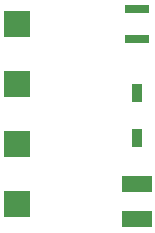
<source format=gbr>
G04 EAGLE Gerber RS-274X export*
G75*
%MOMM*%
%FSLAX34Y34*%
%LPD*%
%INSoldermask Top*%
%IPPOS*%
%AMOC8*
5,1,8,0,0,1.08239X$1,22.5*%
G01*
G04 Define Apertures*
%ADD10R,2.103200X0.703200*%
%ADD11R,2.203200X2.203200*%
%ADD12R,0.953200X1.553200*%
%ADD13R,2.503200X1.433200*%
D10*
X139700Y342700D03*
X139700Y317700D03*
D11*
X38100Y330200D03*
X38100Y279400D03*
X38100Y228600D03*
X38100Y177800D03*
D12*
X139700Y271843D03*
X139700Y233843D03*
D13*
X139700Y165100D03*
X139700Y195100D03*
M02*

</source>
